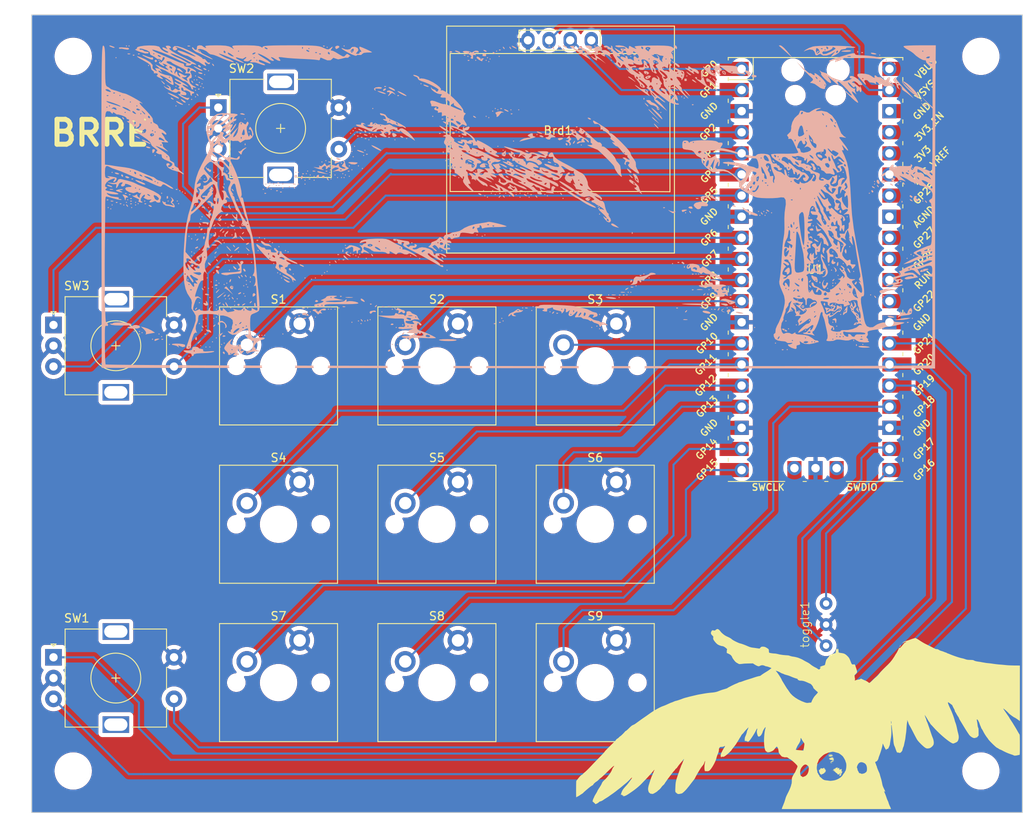
<source format=kicad_pcb>
(kicad_pcb (version 20221018) (generator pcbnew)
  (layers (0 "F.Cu" signal) (31 "B.Cu" signal) (34 "B.Paste" user) (35 "F.Paste" user) (36 "B.SilkS" user "B.Silkscreen") (37 "F.SilkS" user "F.Silkscreen") (38 "B.Mask" user) (39 "F.Mask" user) (44 "Edge.Cuts" user))
  (net 0 "")
  (net 1 "SDA")
  (net 2 "SCL")
  (net 3 "GND")
  (net 4 "+5V")
  (net 5 "S1")
  (net 6 "+3.3V")
  (net 7 "S2")
  (net 8 "S3")
  (net 9 "S4")
  (net 10 "S5")
  (net 11 "S6")
  (net 12 "S7")
  (net 13 "S8")
  (net 14 "S9")
  (net 15 "A1")
  (net 16 "B1")
  (net 17 "SW1")
  (net 18 "A2")
  (net 19 "B2")
  (net 20 "SW2")
  (net 21 "A3")
  (net 22 "B3")
  (net 23 "SW3")
  (net 24 "Toggle1")
  (net 25 "Toggle2")
  (net 26 "unconnected-(U1-GPIO22-Pad29)")
  (net 27 "unconnected-(U1-GPIO26_ADC0-Pad31)")
  (footprint "s_MX:MX_PCB_1.00u" (layer "F.Cu") (at 129.522 98.122)
    (fp_text reference "S2" (at 0 -8) (layer "F.SilkS"))
    (fp_text value "Keyswitch")
    (pad "" np_thru_hole circle (at -5.08 0) (size 1.75 1.75) (drill 1.75) (layers "F&B.Cu" "*.Mask"))
    (pad "" np_thru_hole circle (at 0 0) (size 4 4) (drill 4) (layers "F&B.Cu" "*.Mask"))
    (pad "" np_thru_hole circle (at 5.08 0) (size 1.75 1.75) (drill 1.75) (layers "F&B.Cu" "*.Mask"))
    (pad "1" thru_hole circle (at -3.81 -2.54) (size 2.5 2.5) (drill 1.5) (layers "*.Cu" "*.Mask") (net 7 "S2"))
    (pad "2" thru_hole circle (at 2.54 -5.08) (size 2.5 2.5) (drill 1.5) (layers "*.Cu" "*.Mask") (net 3 "GND"))
  )
  (footprint "Rotary_Encoder:RotaryEncoder_Alps_EC11E-Switch_Vertical_H20mm" (layer "F.Cu") (at 83.397 133.176)
    (fp_text reference "SW1" (at 2.8 -4.7) (layer "F.SilkS"))
    (fp_text value "RotaryEncoder_Switch")
    (pad "A" thru_hole rect (at 0 0) (size 2 2) (drill 1) (layers "*.Cu" "*.Mask") (net 15 "A1"))
    (pad "B" thru_hole circle (at 0 5) (size 2 2) (drill 1) (layers "*.Cu" "*.Mask") (net 16 "B1"))
    (pad "C" thru_hole circle (at 0 2.5) (size 2 2) (drill 1) (layers "*.Cu" "*.Mask") (net 3 "GND"))
    (pad "MP" thru_hole rect (at 7.5 -3.1) (size 3.2 2) (drill oval 2.8 1.5) (layers "*.Cu" "*.Mask"))
    (pad "MP" thru_hole rect (at 7.5 8.1) (size 3.2 2) (drill oval 2.8 1.5) (layers "*.Cu" "*.Mask"))
    (pad "S1" thru_hole circle (at 14.5 5) (size 2 2) (drill 1) (layers "*.Cu" "*.Mask") (net 17 "SW1"))
    (pad "S2" thru_hole circle (at 14.5 0) (size 2 2) (drill 1) (layers "*.Cu" "*.Mask") (net 3 "GND"))
  )
  (footprint "s_MX:MX_PCB_1.00u" (layer "F.Cu") (at 148.572 136.222)
    (fp_text reference "S9" (at 0 -8) (layer "F.SilkS"))
    (fp_text value "Keyswitch")
    (pad "" np_thru_hole circle (at -5.08 0) (size 1.75 1.75) (drill 1.75) (layers "F&B.Cu" "*.Mask"))
    (pad "" np_thru_hole circle (at 0 0) (size 4 4) (drill 4) (layers "F&B.Cu" "*.Mask"))
    (pad "" np_thru_hole circle (at 5.08 0) (size 1.75 1.75) (drill 1.75) (layers "F&B.Cu" "*.Mask"))
    (pad "1" thru_hole circle (at -3.81 -2.54) (size 2.5 2.5) (drill 1.5) (layers "*.Cu" "*.Mask") (net 14 "S9"))
    (pad "2" thru_hole circle (at 2.54 -5.08) (size 2.5 2.5) (drill 1.5) (layers "*.Cu" "*.Mask") (net 3 "GND"))
  )
  (footprint "s_MX:MX_PCB_1.00u" (layer "F.Cu") (at 148.572 117.172)
    (fp_text reference "S6" (at 0 -8) (layer "F.SilkS"))
    (fp_text value "Keyswitch")
    (pad "" np_thru_hole circle (at -5.08 0) (size 1.75 1.75) (drill 1.75) (layers "F&B.Cu" "*.Mask"))
    (pad "" np_thru_hole circle (at 0 0) (size 4 4) (drill 4) (layers "F&B.Cu" "*.Mask"))
    (pad "" np_thru_hole circle (at 5.08 0) (size 1.75 1.75) (drill 1.75) (layers "F&B.Cu" "*.Mask"))
    (pad "1" thru_hole circle (at -3.81 -2.54) (size 2.5 2.5) (drill 1.5) (layers "*.Cu" "*.Mask") (net 11 "S6"))
    (pad "2" thru_hole circle (at 2.54 -5.08) (size 2.5 2.5) (drill 1.5) (layers "*.Cu" "*.Mask") (net 3 "GND"))
  )
  (footprint "" (layer "F.Cu") (at 85.772 60.88)
    (fp_text reference "" (at 0 0) (layer "F.SilkS") (effects (font (size 1.27 1.27))))
    (fp_text value "" (at 0 0) (layer "F.SilkS") (effects (font (size 1.27 1.27))))
    (pad "" np_thru_hole circle (at 0 0) (size 4 4) (drill 4) (layers "F&B.Cu" "*.Mask"))
  )
  (footprint "Rotary_Encoder:RotaryEncoder_Alps_EC11E-Switch_Vertical_H20mm" (layer "F.Cu") (at 103.222 67.047)
    (fp_text reference "SW2" (at 2.8 -4.7) (layer "F.SilkS"))
    (fp_text value "RotaryEncoder_Switch")
    (pad "A" thru_hole rect (at 0 0) (size 2 2) (drill 1) (layers "*.Cu" "*.Mask") (net 18 "A2"))
    (pad "B" thru_hole circle (at 0 5) (size 2 2) (drill 1) (layers "*.Cu" "*.Mask") (net 19 "B2"))
    (pad "C" thru_hole circle (at 0 2.5) (size 2 2) (drill 1) (layers "*.Cu" "*.Mask") (net 3 "GND"))
    (pad "MP" thru_hole rect (at 7.5 -3.1) (size 3.2 2) (drill oval 2.8 1.5) (layers "*.Cu" "*.Mask"))
    (pad "MP" thru_hole rect (at 7.5 8.1) (size 3.2 2) (drill oval 2.8 1.5) (layers "*.Cu" "*.Mask"))
    (pad "S1" thru_hole circle (at 14.5 5) (size 2 2) (drill 1) (layers "*.Cu" "*.Mask") (net 20 "SW2"))
    (pad "S2" thru_hole circle (at 14.5 0) (size 2 2) (drill 1) (layers "*.Cu" "*.Mask") (net 3 "GND"))
  )
  (footprint "" (layer "F.Cu") (at 194.962 60.88)
    (fp_text reference "" (at 0 0) (layer "F.SilkS") (effects (font (size 1.27 1.27))))
    (fp_text value "" (at 0 0) (layer "F.SilkS") (effects (font (size 1.27 1.27))))
    (pad "" np_thru_hole circle (at 0 0) (size 4 4) (drill 4) (layers "F&B.Cu" "*.Mask"))
  )
  (footprint "s_MX:MX_PCB_1.00u" (layer "F.Cu") (at 110.472 117.172)
    (fp_text reference "S4" (at 0 -8) (layer "F.SilkS"))
    (fp_text value "Keyswitch")
    (pad "" np_thru_hole circle (at -5.08 0) (size 1.75 1.75) (drill 1.75) (layers "F&B.Cu" "*.Mask"))
    (pad "" np_thru_hole circle (at 0 0) (size 4 4) (drill 4) (layers "F&B.Cu" "*.Mask"))
    (pad "" np_thru_hole circle (at 5.08 0) (size 1.75 1.75) (drill 1.75) (layers "F&B.Cu" "*.Mask"))
    (pad "1" thru_hole circle (at -3.81 -2.54) (size 2.5 2.5) (drill 1.5) (layers "*.Cu" "*.Mask") (net 9 "S4"))
    (pad "2" thru_hole circle (at 2.54 -5.08) (size 2.5 2.5) (drill 1.5) (layers "*.Cu" "*.Mask") (net 3 "GND"))
  )
  (footprint "s_MX:MX_PCB_1.00u" (layer "F.Cu") (at 129.522 117.172)
    (fp_text reference "S5" (at 0 -8) (layer "F.SilkS"))
    (fp_text value "Keyswitch")
    (pad "" np_thru_hole circle (at -5.08 0) (size 1.75 1.75) (drill 1.75) (layers "F&B.Cu" "*.Mask"))
    (pad "" np_thru_hole circle (at 0 0) (size 4 4) (drill 4) (layers "F&B.Cu" "*.Mask"))
    (pad "" np_thru_hole circle (at 5.08 0) (size 1.75 1.75) (drill 1.75) (layers "F&B.Cu" "*.Mask"))
    (pad "1" thru_hole circle (at -3.81 -2.54) (size 2.5 2.5) (drill 1.5) (layers "*.Cu" "*.Mask") (net 10 "S5"))
    (pad "2" thru_hole circle (at 2.54 -5.08) (size 2.5 2.5) (drill 1.5) (layers "*.Cu" "*.Mask") (net 3 "GND"))
  )
  (footprint "s_MX:MX_PCB_1.00u" (layer "F.Cu") (at 148.572 98.122)
    (fp_text reference "S3" (at 0 -8) (layer "F.SilkS"))
    (fp_text value "Keyswitch")
    (pad "" np_thru_hole circle (at -5.08 0) (size 1.75 1.75) (drill 1.75) (layers "F&B.Cu" "*.Mask"))
    (pad "" np_thru_hole circle (at 0 0) (size 4 4) (drill 4) (layers "F&B.Cu" "*.Mask"))
    (pad "" np_thru_hole circle (at 5.08 0) (size 1.75 1.75) (drill 1.75) (layers "F&B.Cu" "*.Mask"))
    (pad "1" thru_hole circle (at -3.81 -2.54) (size 2.5 2.5) (drill 1.5) (layers "*.Cu" "*.Mask") (net 8 "S3"))
    (pad "2" thru_hole circle (at 2.54 -5.08) (size 2.5 2.5) (drill 1.5) (layers "*.Cu" "*.Mask") (net 3 "GND"))
  )
  (footprint "dsada:128x64OLED" (layer "F.Cu") (at 144.097 69.547)
    (fp_text reference "Brd1" (at 0 0.254) (layer "F.SilkS"))
    (fp_text value "SSD1306")
    (pad "1" thru_hole oval (at -3.62 -10.6 90) (size 2 1.6) (drill 1) (layers "*.Cu" "*.Mask") (net 3 "GND"))
    (pad "2" thru_hole oval (at -1.08 -10.6 90) (size 2 1.6) (drill 1) (layers "*.Cu" "*.Mask") (net 4 "+5V"))
    (pad "3" thru_hole oval (at 1.46 -10.6 90) (size 2 1.6) (drill 1) (layers "*.Cu" "*.Mask") (net 2 "SCL"))
    (pad "4" thru_hole oval (at 4 -10.6 90) (size 2 1.6) (drill 1) (layers "*.Cu" "*.Mask") (net 1 "SDA"))
  )
  (footprint "s_MX:MX_PCB_1.00u" (layer "F.Cu") (at 129.522 136.222)
    (fp_text reference "S8" (at 0 -8) (layer "F.SilkS"))
    (fp_text value "Keyswitch")
    (pad "" np_thru_hole circle (at -5.08 0) (size 1.75 1.75) (drill 1.75) (layers "F&B.Cu" "*.Mask"))
    (pad "" np_thru_hole circle (at 0 0) (size 4 4) (drill 4) (layers "F&B.Cu" "*.Mask"))
    (pad "" np_thru_hole circle (at 5.08 0) (size 1.75 1.75) (drill 1.75) (layers "F&B.Cu" "*.Mask"))
    (pad "1" thru_hole circle (at -3.81 -2.54) (size 2.5 2.5) (drill 1.5) (layers "*.Cu" "*.Mask") (net 13 "S8"))
    (pad "2" thru_hole circle (at 2.54 -5.08) (size 2.5 2.5) (drill 1.5) (layers "*.Cu" "*.Mask") (net 3 "GND"))
  )
  (footprint "clipboard:340a658e-1f2d-40fc-aa9f-fdc51784876f" (layer "F.Cu") (at 85.772 60.88)
    (fp_text reference "" (at 0 0) (layer "F.SilkS") (effects (font (size 1.27 1.27))))
    (fp_text value "" (at 0 0) (layer "F.SilkS") (effects (font (size 1.27 1.27))))
    (pad "" np_thru_hole circle (at 0 0) (size 4 4) (drill 4) (layers "F&B.Cu" "*.Mask"))
  )
  (footprint "clipboard:340a658e-1f2d-40fc-aa9f-fdc51784876f" (layer "F.Cu") (at 194.962 60.88)
    (fp_text reference "" (at 0 0) (layer "F.SilkS") (effects (font (size 1.27 1.27))))
    (fp_text value "" (at 0 0) (layer "F.SilkS") (effects (font (size 1.27 1.27))))
    (pad "" np_thru_hole circle (at 0 0) (size 4 4) (drill 4) (layers "F&B.Cu" "*.Mask"))
  )
  (footprint "s_MX:MX_PCB_1.00u" (layer "F.Cu") (at 110.472 136.222)
    (fp_text reference "S7" (at 0 -8) (layer "F.SilkS"))
    (fp_text value "Keyswitch")
    (pad "" np_thru_hole circle (at -5.08 0) (size 1.75 1.75) (drill 1.75) (layers "F&B.Cu" "*.Mask"))
    (pad "" np_thru_hole circle (at 0 0) (size 4 4) (drill 4) (layers "F&B.Cu" "*.Mask"))
    (pad "" np_thru_hole circle (at 5.08 0) (size 1.75 1.75) (drill 1.75) (layers "F&B.Cu" "*.Mask"))
    (pad "1" thru_hole circle (at -3.81 -2.54) (size 2.5 2.5) (drill 1.5) (layers "*.Cu" "*.Mask") (net 12 "S7"))
    (pad "2" thru_hole circle (at 2.54 -5.08) (size 2.5 2.5) (drill 1.5) (layers "*.Cu" "*.Mask") (net 3 "GND"))
  )
  (footprint "clipboard:340a658e-1f2d-40fc-aa9f-fdc51784876f" (layer "F.Cu") (at 85.772 146.852)
    (fp_text reference "" (at 0 0) (layer "F.SilkS") (effects (font (size 1.27 1.27))))
    (fp_text value "" (at 0 0) (layer "F.SilkS") (effects (font (size 1.27 1.27))))
    (pad "" np_thru_hole circle (at 0 0) (size 4 4) (drill 4) (layers "F&B.Cu" "*.Mask"))
  )
  (footprint "Button_Switch_THT:Toggle on-off-on" (layer "F.Cu") (at 176.342 129.237 90)
    (fp_text reference "toggle1" (at 0 -2.54 90 unlocked) (layer "F.SilkS") (effects (font (thickness 0.1))))
    (fp_text value "~")
    (pad "1" thru_hole circle (at -2.54 0 90) (size 1.524 1.524) (drill 0.762) (layers "*.Cu" "*.Mask") (net 24 "Toggle1"))
    (pad "2" thru_hole circle (at 2.54 0 90) (size 1.524 1.524) (drill 0.762) (layers "*.Cu" "*.Mask") (net 25 "Toggle2"))
    (pad "3" thru_hole circle (at 0 0 90) (size 1.524 1.524) (drill 0.762) (layers "*.Cu" "*.Mask") (net 3 "GND"))
  )
  (footprint "s_components:PCBimage3" (layer "F.Cu") (at 172.945613 136.423252)
    (fp_text reference "G***" hide)
    (fp_text value "LOGO" hide)
  )
  (footprint "s_MX:MX_PCB_1.00u" (layer "F.Cu") (at 110.472 98.122)
    (fp_text reference "S1" (at 0 -8) (layer "F.SilkS"))
    (fp_text value "Keyswitch")
    (pad "" np_thru_hole circle (at -5.08 0) (size 1.75 1.75) (drill 1.75) (layers "F&B.Cu" "*.Mask"))
    (pad "" np_thru_hole circle (at 0 0) (size 4 4) (drill 4) (layers "F&B.Cu" "*.Mask"))
    (pad "" np_thru_hole circle (at 5.08 0) (size 1.75 1.75) (drill 1.75) (layers "F&B.Cu" "*.Mask"))
    (pad "1" thru_hole circle (at -3.81 -2.54) (size 2.5 2.5) (drill 1.5) (layers "*.Cu" "*.Mask") (net 5 "S1"))
    (pad "2" thru_hole circle (at 2.54 -5.08) (size 2.5 2.5) (drill 1.5) (layers "*.Cu" "*.Mask") (net 3 "GND"))
  )
  (footprint "clipboard:340a658e-1f2d-40fc-aa9f-fdc51784876f" (layer "F.Cu") (at 194.962 146.852)
    (fp_text reference "" (at 0 0) (layer "F.SilkS") (effects (font (size 1.27 1.27))))
    (fp_text value "" (at 0 0) (layer "F.SilkS") (effects (font (size 1.27 1.27))))
    (pad "" np_thru_hole circle (at 0 0) (size 4 4) (drill 4) (layers "F&B.Cu" "*.Mask"))
  )
  (footprint "MCU_RaspberryPi_and_Boards:RPi_Pico_SMD_TH" (layer "F.Cu") (at 175.072 86.522)
    (fp_text reference "U1" (at 0 0) (layer "F.SilkS"))
    (fp_text value "Pico")
    (fp_text user "GND" (at -12.8 19.05 45) (layer "F.SilkS") (effects (font (size 0.8 0.8))))
    (fp_text user "GP13" (at -13.054 16.51 45) (layer "F.SilkS") (effects (font (size 0.8 0.8))))
    (fp_text user "GP12" (at -13.2 13.97 45) (layer "F.SilkS") (effects (font (size 0.8 0.8))))
    (fp_text user "GP0" (at -12.8 -24.13 45) (layer "F.SilkS") (effects (font (size 0.8 0.8))))
    (fp_text user "3V3" (at 12.9 -13.9 45) (layer "F.SilkS") (effects (font (size 0.8 0.8))))
    (fp_text user "GND" (at -12.8 -19.05 45) (layer "F.SilkS") (effects (font (size 0.8 0.8))))
    (fp_text user "GP20" (at 13.054 11.43 45) (layer "F.SilkS") (effects (font (size 0.8 0.8))))
    (fp_text user "GP9" (at -12.8 3.81 45) (layer "F.SilkS") (effects (font (size 0.8 0.8))))
    (fp_text user "GP22" (at 13.054 3.81 45) (layer "F.SilkS") (effects (font (size 0.8 0.8))))
    (fp_text user "GP26" (at 13.054 -1.27 45) (layer "F.SilkS") (effects (font (size 0.8 0.8))))
    (fp_text user "GP6" (at -12.8 -3.81 45) (layer "F.SilkS") (effects (font (size 0.8 0.8))))
    (fp_text user "GP11" (at -13.2 11.43 45) (layer "F.SilkS") (effects (font (size 0.8 0.8))))
    (fp_text user "GP8" (at -12.8 1.27 45) (layer "F.SilkS") (effects (font (size 0.8 0.8))))
    (fp_text user "GP10" (at -13.054 8.89 45) (layer "F.SilkS") (effects (font (size 0.8 0.8))))
    (fp_text user "GND" (at 12.8 6.35 45) (layer "F.SilkS") (effects (font (size 0.8 0.8))))
    (fp_text user "SWDIO" (at 5.6 26.2) (layer "F.SilkS") (effects (font (size 0.8 0.8))))
    (fp_text user "GND" (at -12.8 -6.35 45) (layer "F.SilkS") (effects (font (size 0.8 0.8))))
    (fp_text user "GP28" (at 13.054 -9.144 45) (layer "F.SilkS") (effects (font (size 0.8 0.8))))
    (fp_text user "GP27" (at 13.054 -3.8 45) (layer "F.SilkS") (effects (font (size 0.8 0.8))))
    (fp_text user "3V3_EN" (at 13.7 -17.2 45) (layer "F.SilkS") (effects (font (size 0.8 0.8))))
    (fp_text user "GND" (at 12.8 19.05 45) (layer "F.SilkS") (effects (font (size 0.8 0.8))))
    (fp_text user "GP2" (at -12.9 -16.51 45) (layer "F.SilkS") (effects (font (size 0.8 0.8))))
    (fp_text user "GND" (at 12.8 -19.05 45) (layer "F.SilkS") (effects (font (size 0.8 0.8))))
    (fp_text user "GND" (at -12.8 6.35 45) (layer "F.SilkS") (effects (font (size 0.8 0.8))))
    (fp_text user "GP15" (at -13.054 24.13 45) (layer "F.SilkS") (effects (font (size 0.8 0.8))))
    (fp_text user "SWCLK" (at -5.7 26.2) (layer "F.SilkS") (effects (font (size 0.8 0.8))))
    (fp_text user "RUN" (at 13 1.27 45) (layer "F.SilkS") (effects (font (size 0.8 0.8))))
    (fp_text user "GP19" (at 13.054 13.97 45) (layer "F.SilkS") (effects (font (size 0.8 0.8))))
    (fp_text user "VBUS" (at 13.3 -24.2 45) (layer "F.SilkS") (effects (font (size 0.8 0.8))))
    (fp_text user "AGND" (at 13.054 -6.35 45) (layer "F.SilkS") (effects (font (size 0.8 0.8))))
    (fp_text user "GP5" (at -12.8 -8.89 45) (layer "F.SilkS") (effects (font (size 0.8 0.8))))
    (fp_text user "GP4" (at -12.8 -11.43 45) (layer "F.SilkS") (effects (font (size 0.8 0.8))))
    (fp_text user "GP1" (at -12.9 -21.6 45) (layer "F.SilkS") (effects (font (size 0.8 0.8))))
    (fp_text user "GP7" (at -12.7 -1.3 45) (layer "F.SilkS") (effects (font (size 0.8 0.8))))
    (fp_text user "GP3" (at -12.8 -13.97 45) (layer "F.SilkS") (effects (font (size 0.8 0.8))))
    (fp_text user "GP17" (at 13.054 21.59 45) (layer "F.SilkS") (effects (font (size 0.8 0.8))))
    (fp_text user "GP18" (at 13.054 16.51 45) (layer "F.SilkS") (effects (font (size 0.8 0.8))))
    (fp_text user "GP21" (at 13.054 8.9 45) (layer "F.SilkS") (effects (font (size 0.8 0.8))))
    (fp_text user "GP16" (at 13.054 24.13 45) (layer "F.SilkS") (effects (font (size 0.8 0.8))))
    (fp_text user "VSYS" (at 13.2 -21.59 45) (layer "F.SilkS") (effects (font (size 0.8 0.8))))
    (fp_text user "GP14" (at -13.1 21.59 45) (layer "F.SilkS") (effects (font (size 0.8 0.8))))
    (fp_text user "ADC_VREF" (at 14 -12.5 45) (layer "F.SilkS") (effects (font (size 0.8 0.8))))
    (pad "" np_thru_hole oval (at -2.725 -24) (size 1.8 1.8) (drill 1.8) (layers "F&B.Cu" "*.Mask"))
    (pad "" np_thru_hole oval (at -2.425 -20.97) (size 1.5 1.5) (drill 1.5) (layers "F&B.Cu" "*.Mask"))
    (pad "" np_thru_hole oval (at 2.425 -20.97) (size 1.5 1.5) (drill 1.5) (layers "F&B.Cu" "*.Mask"))
    (pad "" np_thru_hole oval (at 2.725 -24) (size 1.8 1.8) (drill 1.8) (layers "F&B.Cu" "*.Mask"))
    (pad "1" thru_hole oval (at -8.89 -24.13) (size 1.7 1.7) (drill 1.02) (layers "*.Cu" "*.Mask") (net 1 "SDA"))
    (pad "1" smd rect (at -8.89 -24.13) (size 3.5 1.7) (drill (offset -0.9 0)) (layers "F.Cu" "F.Mask") (net 1 "SDA"))
    (pad "2" thru_hole oval (at -8.89 -21.59) (size 1.7 1.7) (drill 1.02) (layers "*.Cu" "*.Mask") (net 2 "SCL"))
    (pad "2" smd rect (at -8.89 -21.59) (size 3.5 1.7) (drill (offset -0.9 0)) (layers "F.Cu" "F.Mask") (net 2 "SCL"))
    (pad "3" thru_hole rect (at -8.89 -19.05) (size 1.7 1.7) (drill 1.02) (layers "*.Cu" "*.Mask") (net 3 "GND"))
    (pad "3" smd rect (at -8.89 -19.05) (size 3.5 1.7) (drill (offset -0.9 0)) (layers "F.Cu" "F.Mask") (net 3 "GND"))
    (pad "4" thru_hole oval (at -8.89 -16.51) (size 1.7 1.7) (drill 1.02) (layers "*.Cu" "*.Mask") (net 20 "SW2"))
    (pad "4" smd rect (at -8.89 -16.51) (size 3.5 1.7) (drill (offset -0.9 0)) (layers "F.Cu" "F.Mask") (net 20 "SW2"))
    (pad "5" thru_hole oval (at -8.89 -13.97) (size 1.7 1.7) (drill 1.02) (layers "*.Cu" "*.Mask") (net 19 "B2"))
    (pad "5" smd rect (at -8.89 -13.97) (size 3.5 1.7) (drill (offset -0.9 0)) (layers "F.Cu" "F.Mask") (net 19 "B2"))
    (pad "6" thru_hole oval (at -8.89 -11.43) (size 1.7 1.7) (drill 1.02) (layers "*.Cu" "*.Mask") (net 18 "A2"))
    (pad "6" smd rect (at -8.89 -11.43) (size 3.5 1.7) (drill (offset -0.9 0)) (layers "F.Cu" "F.Mask") (net 18 "A2"))
    (pad "7" thru_hole oval (at -8.89 -8.89) (size 1.7 1.7) (drill 1.02) (layers "*.Cu" "*.Mask") (net 21 "A3"))
    (pad "7" smd rect (at -8.89 -8.89) (size 3.5 1.7) (drill (offset -0.9 0)) (layers "F.Cu" "F.Mask") (net 21 "A3"))
    (pad "8" thru_hole rect (at -8.89 -6.35) (size 1.7 1.7) (drill 1.02) (layers "*.Cu" "*.Mask") (net 3 "GND"))
    (pad "8" smd rect (at -8.89 -6.35) (size 3.5 1.7) (drill (offset -0.9 0)) (layers "F.Cu" "F.Mask") (net 3 "GND"))
    (pad "9" thru_hole oval (at -8.89 -3.81) (size 1.7 1.7) (drill 1.02) (layers "*.Cu" "*.Mask") (net 22 "B3"))
    (pad "9" smd rect (at -8.89 -3.81) (size 3.5 1.7) (drill (offset -0.9 0)) (layers "F.Cu" "F.Mask") (net 22 "B3"))
    (pad "10" thru_hole oval (at -8.89 -1.27) (size 1.7 1.7) (drill 1.02) (layers "*.Cu" "*.Mask") (net 23 "SW3"))
    (pad "10" smd rect (at -8.89 -1.27) (size 3.5 1.7) (drill (offset -0.9 0)) (layers "F.Cu" "F.Mask") (net 23 "SW3"))
    (pad "11" thru_hole oval (at -8.89 1.27) (size 1.7 1.7) (drill 1.02) (layers "*.Cu" "*.Mask") (net 5 "S1"))
    (pad "11" smd rect (at -8.89 1.27) (size 3.5 1.7) (drill (offset -0.9 0)) (layers "F.Cu" "F.Mask") (net 5 "S1"))
    (pad "12" thru_hole oval (at -8.89 3.81) (size 1.7 1.7) (drill 1.02) (layers "*.Cu" "*.Mask") (net 7 "S2"))
    (pad "12" smd rect (at -8.89 3.81) (size 3.5 1.7) (drill (offset -0.9 0)) (layers "F.Cu" "F.Mask") (net 7 "S2"))
    (pad "13" thru_hole rect (at -8.89 6.35) (size 1.7 1.7) (drill 1.02) (layers "*.Cu" "*.Mask") (net 3 "GND"))
    (pad "13" smd rect (at -8.89 6.35) (size 3.5 1.7) (drill (offset -0.9 0)) (layers "F.Cu" "F.Mask") (net 3 "GND"))
    (pad "14" thru_hole oval (at -8.89 8.89) (size 1.7 1.7) (drill 1.02) (layers "*.Cu" "*.Mask") (net 8 "S3"))
    (pad "14" smd rect (at -8.89 8.89) (size 3.5 1.7) (drill (offset -0.9 0)) (layers "F.Cu" "F.Mask") (net 8 "S3"))
    (pad "15" thru_hole oval (at -8.89 11.43) (size 1.7 1.7) (drill 1.02) (layers "*.Cu" "*.Mask") (net 9 "S4"))
    (pad "15" smd rect (at -8.89 11.43) (size 3.5 1.7) (drill (offset -0.9 0)) (layers "F.Cu" "F.Mask") (net 9 "S4"))
    (pad "16" thru_hole oval (at -8.89 13.97) (size 1.7 1.7) (drill 1.02) (layers "*.Cu" "*.Mask") (net 10 "S5"))
    (pad "16" smd rect (at -8.89 13.97) (size 3.5 1.7) (drill (offset -0.9 0)) (layers "F.Cu" "F.Mask") (net 10 "S5"))
    (pad "17" thru_hole oval (at -8.89 16.51) (size 1.7 1.7) (drill 1.02) (layers "*.Cu" "*.Mask") (net 11 "S6"))
    (pad "17" smd rect (at -8.89 16.51) (size 3.5 1.7) (drill (offset -0.9 0)) (layers "F.Cu" "F.Mask") (net 11 "S6"))
    (pad "18" thru_hole rect (at -8.89 19.05) (size 1.7 1.7) (drill 1.02) (layers "*.Cu" "*.Mask") (net 3 "GND"))
    (pad "18" smd rect (at -8.89 19.05) (size 3.5 1.7) (drill (offset -0.9 0)) (layers "F.Cu" "F.Mask") (net 3 "GND"))
    (pad "19" thru_hole oval (at -8.89 21.59) (size 1.7 1.7) (drill 1.02) (layers "*.Cu" "*.Mask") (net 12 "S7"))
    (pad "19" smd rect (at -8.89 21.59) (size 3.5 1.7) (drill (offset -0.9 0)) (layers "F.Cu" "F.Mask") (net 12 "S7"))
    (pad "20" thru_hole oval (at -8.89 24.13) (size 1.7 1.7) (drill 1.02) (layers "*.Cu" "*.Mask") (net 13 "S8"))
    (pad "20" smd rect (at -8.89 24.13) (size 3.5 1.7) (drill (offset -0.9 0)) (layers "F.Cu" "F.Mask") (net 13 "S8"))
    (pad "21" thru_hole oval (at 8.89 24.13) (size 1.7 1.7) (drill 1.02) (layers "*.Cu" "*.Mask") (net 25 "Toggle2"))
    (pad "21" smd rect (at 8.89 24.13) (size 3.5 1.7) (drill (offset 0.9 0)) (layers "F.Cu" "F.Mask") (net 25 "Toggle2"))
    (pad "22" thru_hole oval (at 8.89 21.59) (size 1.7 1.7) (drill 1.02) (layers "*.Cu" "*.Mask") (net 24 "Toggle1"))
    (pad "22" smd rect (at 8.89 21.59) (size 3.5 1.7) (drill (offset 0.9 0)) (layers "F.Cu" "F.Mask") (net 24 "Toggle1"))
    (pad "23" thru_hole rect (at 8.89 19.05) (size 1.7 1.7) (drill 1.02) (layers "*.Cu" "*.Mask") (net 3 "GND"))
    (pad "23" smd rect (at 8.89 19.05) (size 3.5 1.7) (drill (offset 0.9 0)) (layers "F.Cu" "F.Mask") (net 3 "GND"))
    (pad "24" thru_hole oval (at 8.89 16.51) (size 1.7 1.7) (drill 1.02) (layers "*.Cu" "*.Mask") (net 14 "S9"))
    (pad "24" smd rect (at 8.89 16.51) (size 3.5 1.7) (drill (offset 0.9 0)) (layers "F.Cu" "F.Mask") (net 14 "S9"))
    (pad "25" thru_hole oval (at 8.89 13.97) (size 1.7 1.7) (drill 1.02) (layers "*.Cu" "*.Mask") (net 17 "SW1"))
    (pad "25" smd rect (at 8.89 13.97) (size 3.5 1.7) (drill (offset 0.9 0)) (layers "F.Cu" "F.Mask") (net 17 "SW1"))
    (pad "26" thru_hole oval (at 8.89 11.43) (size 1.7 1.7) (drill 1.02) (layers "*.Cu" "*.Mask") (net 15 "A1"))
    (pad "26" smd rect (at 8.89 11.43) (size 3.5 1.7) (drill (offset 0.9 0)) (layers "F.Cu" "F.Mask") (net 15 "A1"))
    (pad "27" thru_hole oval (at 8.89 8.89) (size 1.7 1.7) (drill 1.02) (layers "*.Cu" "*.Mask") (net 16 "B1"))
    (pad "27" smd rect (at 8.89 8.89) (size 3.5 1.7) (drill (offset 0.9 0)) (layers "F.Cu" "F.Mask") (net 16 "B1"))
    (pad "28" thru_hole rect (at 8.89 6.35) (size 1.7 1.7) (drill 1.02) (layers "*.Cu" "*.Mask") (net 3 "GND"))
    (pad "28" smd rect (at 8.89 6.35) (size 3.5 1.7) (drill (offset 0.9 0)) (layers "F.Cu" "F.Mask") (net 3 "GND"))
    (pad "29" thru_hole oval (at 8.89 3.81) (size 1.7 1.7) (drill 1.02) (layers "*.Cu" "*.Mask") (net 26 "unconnected-(U1-GPIO22-Pad29)"))
    (pad "29" smd rect (at 8.89 3.81) (size 3.5 1.7) (drill (offset 0.9 0)) (layers "F.Cu" "F.Mask") (net 26 "unconnected-(U1-GPIO22-Pad29)"))
    (pad "30" thru_hole oval (at 8.89 1.27) (size 1.7 1.7) (drill 1.02) (layers "*.Cu" "*.Mask"))
    (pad "30" smd rect (at 8.89 1.27) (size 3.5 1.7) (drill (offset 0.9 0)) (layers "F.Cu" "F.Mask"))
    (pad "31" thru_hole oval (at 8.89 -1.27) (size 1.7 1.7) (drill 1.02) (layers "*.Cu" "*.Mask") (net 27 "unconnected-(U1-GPIO26_ADC0-Pad31)"))
    (pad "31" smd rect (at 8.89 -1.27) (size 3.5 1.7) (drill (offset 0.9 0)) (layers "F.Cu" "F.Mask") (net 27 "unconnected-(U1-GPIO26_ADC0-Pad31)"))
    (pad "32" thru_hole oval (at 8.89 -3.81) (size 1.7 1.7) (drill 1.02) (layers "*.Cu" "*.Mask"))
    (pad "32" smd rect (at 8.89 -3.81) (size 3.5 1.7) (drill (offset 0.9 0)) (layers "F.Cu" "F.Mask"))
    (pad "33" thru_hole rect (at 8.89 -6.35) (size 1.7 1.7) (drill 1.02) (layers "*.Cu" "*.Mask"))
    (pad "33" smd rect (at 8.89 -6.35) (size 3.5 1.7) (drill (offset 0.9 0)) (layers "F.Cu" "F.Mask"))
    (pad "34" thru_hole oval (at 8.89 -8.89) (size 1.7 1.7) (drill 1.02) (layers "*.Cu" "*.Mask"))
    (pad "34" smd rect (at 8.89 -8.89) (size 3.5 1.7) (drill (offset 0.9 0)) (layers "F.Cu" "F.Mask"))
    (pad "35" thru_hole oval (at 8.89 -11.43) (size 1.7 1.7) (drill 1.02) (layers "*.Cu" "*.Mask"))
    (pad "35" smd rect (at 8.89 -11.43) (size 3.5 1.7) (drill (offset 0.9 0)) (layers "F.Cu" "F.Mask"))
    (pad "36" thru_hole oval (at 8.89 -13.97) (size 1.7 1.7) (drill 1.02) (layers "*.Cu" "*.Mask") (net 6 "+3.3V"))
    (pad "36" smd rect (at 8.89 -13.97) (size 3.5 1.7) (drill (offset 0.9 0)) (layers "F.Cu" "F.Mask") (net 6 "+3.3V"))
    (pad "37" thru_hole oval (at 8.89 -16.51) (size 1.7 1.7) (drill 1.02) (layers "*.Cu" "*.Mask"))
    (pad "37" smd rect (at 8.89 -16.51) (size 3.5 1.7) (drill (offset 0.9 0)) (layers "F.Cu" "F.Mask"))
    (pad "38" thru_hole rect (at 8.89 -19.05) (size 1.7 1.7) (drill 1.02) (layers "*.Cu" "*.Mask"))
    (pad "38" smd rect (at 8.89 -19.05) (size 3.5 1.7) (drill (offset 0.9 0)) (layers "F.Cu" "F.Mask"))
    (pad "39" thru_hole oval (at 8.89 -21.59) (size 1.7 1.7) (drill 1.02) (layers "*.Cu" "*.Mask") (net 4 "+5V"))
    (pad "39" smd rect (at 8.89 -21.59) (size 3.5 1.7) (drill (offset 0.9 0)) (layers "F.Cu" "F.Mask") (net 4 "+5V"))
    (pad "40" thru_hole oval (at 8.89 -24.13) (size 1.7 1.7) (drill 1.02) (layers "*.Cu" "*.Mask"))
    (pad "40" smd rect (at 8.89 -24.13) (size 3.5 1.7) (drill (offset 0.9 0)) (layers "F.Cu" "F.Mask"))
    (pad "41" thru_hole oval (at -2.54 23.9) (size 1.7 1.7) (drill 1.02) (layers "*.Cu" "*.Mask"))
    (pad "41" smd rect (at -2.54 23.9 90) (size 3.5 1.7) (drill (offset -0.9 0)) (layers "F.Cu" "F.Mask"))
    (pad "42" thru_hole rect (at 0 23.9) (size 1.7 1.7) (drill 1.02) (layers "*.Cu" "*.Mask") (net 3 "GND"))
    (pad "42" smd rect (at 0 23.9 90) (size 3.5 1.7) (drill (offset -0.9 0)) (layers "F.Cu" "F.Mask") (net 3 "GND"))
    (pad "43" thru_hole oval (at 2.54 23.9) (size 1.7 1.7) (drill 1.02) (layers "*.Cu" "*.Mask"))
    (pad "43" smd rect (at 2.54 23.9 90) (size 3.5 1.7) (drill (offset -0.9 0)) (layers "F.Cu" "F.Mask"))
  )
  (footprint "Rotary_Encoder:RotaryEncoder_Alps_EC11E-Switch_Vertical_H20mm" (layer "F.Cu") (at 83.397 93.197)
    (fp_text reference "SW3" (at 2.8 -4.7) (layer "F.SilkS"))
    (fp_text value "RotaryEncoder_Switch")
    (pad "A" thru_hole rect (at 0 0) (size 2 2) (drill 1) (layers "*.Cu" "*.Mask") (net 21 "A3"))
    (pad "B" thru_hole circle (at 0 5) (size 2 2) (drill 1) (layers "*.Cu" "*.Mask") (net 22 "B3"))
    (pad "C" thru_hole circle (at 0 2.5) (size 2 2) (drill 1) (layers "*.Cu" "*.Mask") (net 3 "GND"))
    (pad "MP" thru_hole rect (at 7.5 -3.1) (size 3.2 2) (drill oval 2.8 1.5) (layers "*.Cu" "*.Mask"))
    (pad "MP" thru_hole rect (at 7.5 8.1) (size 3.2 2) (drill oval 2.8 1.5) (layers "*.Cu" "*.Mask"))
    (pad "S1" thru_hole circle (at 14.5 5) (size 2 2) (drill 1) (layers "*.Cu" "*.Mask") (net 23 "SW3"))
    (pad "S2" thru_hole circle (at 14.5 0) (size 2 2) (drill 1) (layers "*.Cu" "*.Mask") (net 3 "GND"))
  )
  (footprint "s_components:PCBimage" (layer "B.Cu") (at 139.446 78.994 180)
    (fp_text reference "G***" hide)
    (fp_text value "LOGO" hide)
  )
  (gr_rect (start 80.772 55.88) (end 199.962 151.852) (stroke (width 0.1)) (fill none) (layer "Edge.Cuts"))
  (gr_text "BRRE" (at 82.712 71.852) (layer "F.SilkS") (effects (font (size 3 3) (thickness 0.6) bold) (justify left bottom)))
  (segment (start 166.182 62.392) (end 151.542 62.392) (width 0.25) (layer "B.Cu") (net 1))
  (segment (start 151.542 62.392) (end 148.097 58.947) (width 0.25) (layer "B.Cu") (net 1))
  (segment (start 145.557 58.947) (end 145.757 58.947) (width 0.25) (layer "B.Cu") (net 2))
  (segment (start 151.742 64.932) (end 166.182 64.932) (width 0.25) (layer "B.Cu") (net 2))
  (segment (start 145.757 58.947) (end 151.742 64.932) (width 0.25) (layer "B.Cu") (net 2))
  (segment (start 143.017 58.947) (end 144.342 57.622) (width 0.25) (layer "B.Cu") (net 4))
  (segment (start 144.342 57.622) (end 178.272 57.622) (width 0.25) (layer "B.Cu") (net 4))
  (segment (start 178.272 57.622) (end 180.34 59.69) (width 0.25) (layer "B.Cu") (net 4))
  (segment (start 180.34 63.754) (end 181.518 64.932) (width 0.25) (layer "B.Cu") (net 4))
  (segment (start 180.34 59.69) (end 180.34 63.754) (width 0.25) (layer "B.Cu") (net 4))
  (segment (start 181.518 64.932) (end 183.962 64.932) (width 0.25) (layer "B.Cu") (net 4))
  (segment (start 166.182 87.792) (end 114.452 87.792) (width 0.25) (layer "B.Cu") (net 5))
  (segment (start 114.452 87.792) (end 106.662 95.582) (width 0.25) (layer "B.Cu") (net 5))
  (segment (start 130.962 90.332) (end 166.182 90.332) (width 0.25) (layer "B.Cu") (net 7))
  (segment (start 125.712 95.582) (end 130.962 90.332) (width 0.25) (layer "B.Cu") (net 7))
  (segment (start 166.02 90.17) (end 166.182 90.332) (width 0.25) (layer "B.Cu") (net 7))
  (segment (start 165.836 95.758) (end 166.182 95.412) (width 0.25) (layer "B.Cu") (net 8))
  (segment (start 166.012 95.582) (end 166.182 95.412) (width 0.25) (layer "B.Cu") (net 8))
  (segment (start 144.762 95.582) (end 166.012 95.582) (width 0.25) (layer "B.Cu") (net 8))
  (segment (start 151.984 103.512) (end 157.544 97.952) (width 0.25) (layer "B.Cu") (net 9))
  (segment (start 117.484 103.512) (end 151.984 103.512) (width 0.25) (layer "B.Cu") (net 9))
  (segment (start 157.544 97.952) (end 166.182 97.952) (width 0.25) (layer "B.Cu") (net 9))
  (segment (start 117.484 103.81) (end 117.484 103.512) (width 0.25) (layer "B.Cu") (net 9))
  (segment (start 106.662 114.632) (end 117.484 103.81) (width 0.25) (layer "B.Cu") (net 9))
  (segment (start 157.004 100.492) (end 151.484 106.012) (width 0.25) (layer "B.Cu") (net 10))
  (segment (start 166.182 100.492) (end 157.004 100.492) (width 0.25) (layer "B.Cu") (net 10))
  (segment (start 134.332 106.012) (end 125.712 114.632) (width 0.25) (layer "B.Cu") (net 10))
  (segment (start 151.484 106.012) (end 134.332 106.012) (width 0.25) (layer "B.Cu") (net 10))
  (segment (start 144.762 109.734) (end 144.762 114.632) (width 0.25) (layer "B.Cu") (net 11))
  (segment (start 153.484 108.512) (end 145.984 108.512) (width 0.25) (layer "B.Cu") (net 11))
  (segment (start 158.964 103.032) (end 153.484 108.512) (width 0.25) (layer "B.Cu") (net 11))
  (segment (start 166.182 103.032) (end 166.09 103.124) (width 0.25) (layer "B.Cu") (net 11))
  (segment (start 145.984 108.512) (end 144.762 109.734) (width 0.25) (layer "B.Cu") (net 11))
  (segment (start 166.182 103.032) (end 158.964 103.032) (width 0.25) (layer "B.Cu") (net 11))
  (segment (start 159.884 108.112) (end 166.182 108.112) (width 0.25) (layer "B.Cu") (net 12))
  (segment (start 106.662 133.682) (end 115.832 124.512) (width 0.25) (layer "B.Cu") (net 12))
  (segment (start 157.984 118.512) (end 157.984 110.012) (width 0.25) (layer "B.Cu") (net 12))
  (segment (start 151.984 124.512) (end 157.984 118.512) (width 0.25) (layer "B.Cu") (net 12))
  (segment (start 115.832 124.512) (end 151.984 124.512) (width 0.25) (layer "B.Cu") (net 12))
  (segment (start 157.984 110.012) (end 159.884 108.112) (width 0.25) (layer "B.Cu") (net 12))
  (segment (start 133.382 126.012) (end 125.712 133.682) (width 0.25) (layer "B.Cu") (net 13))
  (segment (start 151.984 126.012) (end 133.382 126.012) (width 0.25) (layer "B.Cu") (net 13))
  (segment (start 159.484 118.512) (end 151.984 126.012) (width 0.25) (layer "B.Cu") (net 13))
  (segment (start 166.182 110.652) (end 161.844 110.652) (width 0.25) (layer "B.Cu") (net 13))
  (segment (start 166.116 110.718) (end 166.182 110.652) (width 0.25) (layer "B.Cu") (net 13))
  (segment (start 159.484 113.012) (end 159.484 118.512) (width 0.25) (layer "B.Cu") (net 13))
  (segment (start 161.844 110.652) (end 159.484 113.012) (width 0.25) (layer "B.Cu") (net 13))
  (segment (start 144.762 129.734) (end 144.762 133.682) (width 0.25) (layer "B.Cu") (net 14))
  (segment (start 171.964 103.032) (end 169.984 105.012) (width 0.25) (layer "B.Cu") (net 14))
  (segment (start 157.984 127.512) (end 146.984 127.512) (width 0.25) (layer "B.Cu") (net 14))
  (segment (start 169.984 115.512) (end 157.984 127.512) (width 0.25) (layer "B.Cu") (net 14))
  (segment (start 146.984 127.512) (end 144.762 129.734) (width 0.25) (layer "B.Cu") (net 14))
  (segment (start 183.962 103.032) (end 171.964 103.032) (width 0.25) (layer "B.Cu") (net 14))
  (segment (start 169.984 105.012) (end 169.984 115.512) (width 0.25) (layer "B.Cu") (net 14))
  (segment (start 93.6752 138.6332) (end 88.218 133.176) (width 0.25) (layer "B.Cu") (net 15))
  (segment (start 88.218 133.176) (end 83.397 133.176) (width 0.25) (layer "B.Cu") (net 15))
  (segment (start 183.962 97.952) (end 188.424 97.952) (width 0.25) (layer "B.Cu") (net 15))
  (segment (start 191.484 101.012) (end 191.484 126.512) (width 0.25) (layer "B.Cu") (net 15))
  (segment (start 188.424 97.952) (end 191.484 101.012) (width 0.25) (layer "B.Cu") (net 15))
  (segment (start 191.484 126.512) (end 172.484 145.512) (width 0.25) (layer "B.Cu") (net 15))
  (segment (start 97.484 145.512) (end 93.6752 141.7032) (width 0.25) (layer "B.Cu") (net 15))
  (segment (start 93.6752 141.7032) (end 93.6752 138.6332) (width 0.25) (layer "B.Cu") (net 15))
  (segment (start 172.484 145.512) (end 97.484 145.512) (width 0.25) (layer "B.Cu") (net 15))
  (segment (start 94.234 147.232) (end 173.244 147.232) (width 0.25) (layer "B.Cu") (net 16))
  (segment (start 184.308 95.758) (end 183.962 95.412) (width 0.25) (layer "B.Cu") (net 16))
  (segment (start 193.154 99.292) (end 189.274 95.412) (width 0.25) (layer "B.Cu") (net 16))
  (segment (start 173.244 147.232) (end 193.154 127.322) (width 0.25) (layer "B.Cu") (net 16))
  (segment (start 189.274 95.412) (end 183.962 95.412) (width 0.25) (layer "B.Cu") (net 16))
  (segment (start 83.397 138.176) (end 92.453 147.232) (width 0.25) (layer "B.Cu") (net 16))
  (segment (start 92.453 147.232) (end 94.234 147.232) (width 0.25) (layer "B.Cu") (net 16))
  (segment (start 193.154 127.322) (end 193.154 99.292) (width 0.25) (layer "B.Cu") (net 16))
  (segment (start 186.964 100.492) (end 183.962 100.492) (width 0.25) (layer "B.Cu") (net 17))
  (segment (start 184.054 100.584) (end 183.962 100.492) (width 0.25) (layer "B.Cu") (net 17))
  (segment (start 170.984 144.012) (end 188.984 126.012) (width 0.25) (layer "B.Cu") (net 17))
  (segment (start 100.8495 144.012) (end 170.984 144.012) (width 0.25) (layer "B.Cu") (net 17))
  (segment (start 188.984 102.512) (end 186.964 100.492) (width 0.25) (layer "B.Cu") (net 17))
  (segment (start 100.8495 144.012) (end 97.897 141.0595) (width 0.25) (layer "B.Cu") (net 17))
  (segment (start 188.984 126.012) (end 188.984 102.512) (width 0.25) (layer "B.Cu") (net 17))
  (segment (start 97.897 141.0595) (end 97.897 138.176) (width 0.25) (layer "B.Cu") (net 17))
  (segment (start 101.019 67.047) (end 103.222 67.047) (width 0.25) (layer "B.Cu") (net 18))
  (segment (start 118.484 80.512) (end 102.984 80.512) (width 0.25) (layer "B.Cu") (net 18))
  (segment (start 124.064 75.092) (end 123.984 75.012) (width 0.25) (layer "B.Cu") (net 18))
  (segment (start 166.02 74.93) (end 166.182 75.092) (width 0.25) (layer "B.Cu") (net 18))
  (segment (start 123.984 75.012) (end 118.484 80.512) (width 0.25) (layer "B.Cu") (net 18))
  (segment (start 102.984 80.512) (end 98.984 76.512) (width 0.25) (layer "B.Cu") (net 18))
  (segment (start 98.984 69.012) (end 100.984 67.012) (width 0.25) (layer "B.Cu") (net 18))
  (segment (start 98.984 76.512) (end 98.984 69.012) (width 0.25) (layer "B.Cu") (net 18))
  (segment (start 166.182 75.092) (end 124.064 75.092) (width 0.25) (layer "B.Cu") (net 18))
  (segment (start 100.984 67.012) (end 101.019 67.047) (width 0.25) (layer "B.Cu") (net 18))
  (segment (start 166.09 72.644) (end 166.182 72.552) (width 0.25) (layer "B.Cu") (net 19))
  (segment (start 103.222 78.25) (end 103.984 79.012) (width 0.25) (layer "B.Cu") (net 19))
  (segment (start 103.222 72.047) (end 103.222 78.25) (width 0.25) (layer "B.Cu") (net 19))
  (segment (start 103.984 79.012) (end 116.984 79.012) (width 0.25) (layer "B.Cu") (net 19))
  (segment (start 123.524 72.552) (end 166.182 72.552) (width 0.25) (layer "B.Cu") (net 19))
  (segment (start 123.484 72.512) (end 123.524 72.552) (width 0.25) (layer "B.Cu") (net 19))
  (segment (start 116.984 79.012) (end 123.484 72.512) (width 0.25) (layer "B.Cu") (net 19))
  (segment (start 119.757 70.012) (end 117.722 72.047) (width 0.25) (layer "B.Cu") (net 20))
  (segment (start 166.182 70.012) (end 119.757 70.012) (width 0.25) (layer "B.Cu") (net 20))
  (segment (start 165.836 77.978) (end 166.182 77.632) (width 0.25) (layer "B.Cu") (net 21))
  (segment (start 166.182 77.632) (end 123.364 77.632) (width 0.25) (layer "B.Cu") (net 21))
  (segment (start 123.364 77.632) (end 119.484 81.512) (width 0.25) (layer "B.Cu") (net 21))
  (segment (start 88.484 81.512) (end 83.397 86.599) (width 0.25) (layer "B.Cu") (net 21))
  (segment (start 83.397 86.599) (end 83.397 93.197) (width 0.25) (layer "B.Cu") (net 21))
  (segment (start 119.484 81.512) (end 88.484 81.512) (width 0.25) (layer "B.Cu") (net 21))
  (segment (start 103.284 82.712) (end 87.799 98.197) (width 0.25) (layer "B.Cu") (net 22))
  (segment (start 87.799 98.197) (end 83.397 98.197) (width 0.25) (layer "B.Cu") (net 22))
  (segment (start 166.182 82.712) (end 103.284 82.712) (width 0.25) (layer "B.Cu") (net 22))
  (segment (start 101.984 94.11) (end 101.984 87.012) (width 0.25) (layer "B.Cu") (net 23))
  (segment (start 103.744 85.252) (end 166.182 85.252) (width 0.25) (layer "B.Cu") (net 23))
  (segment (start 101.984 87.012) (end 103.744 85.252) (width 0.25) (layer "B.Cu") (net 23))
  (segment (start 166.09 85.344) (end 166.182 85.252) (width 0.25) (layer "B.Cu") (net 23))
  (segment (start 97.897 98.197) (end 101.984 94.11) (width 0.25) (layer "B.Cu") (net 23))
  (segment (start 173.597 129.032) (end 173.482 129.032) (width 0.25) (layer "B.Cu") (net 24))
  (segment (start 180.594 111.76) (end 180.594 109.22) (width 0.25) (layer "B.Cu") (net 24))
  (segment (start 173.482 129.032) (end 173.482 118.872) (width 0.25) (layer "B.Cu") (net 24))
  (segment (start 183.8 107.95) (end 183.962 108.112) (width 0.25) (layer "B.Cu") (net 24))
  (segment (start 181.864 107.95) (end 183.8 107.95) (width 0.25) (layer "B.Cu") (net 24))
  (segment (start 176.342 131.777) (end 173.597 129.032) (width 0.25) (layer "B.Cu") (net 24))
  (segment (start 180.594 109.22) (end 181.864 107.95) (width 0.25) (layer "B.Cu") (net 24))
  (segment (start 173.482 118.872) (end 180.594 111.76) (width 0.25) (layer "B.Cu") (net 24))
  (segment (start 183.962 110.652) (end 176.342 118.272) (width 0.25) (layer "B.Cu") (net 25))
  (segment (start 176.342 118.272) (end 176.342 126.697) (width 0.25) (layer "B.Cu") (net 25))
  (segment (start 184.054 90.424) (end 183.962 90.332) (width 0.25) (layer "B.Cu") (net 26))
  (segment (start 184.054 85.344) (end 183.962 85.252) (width 0.25) (layer "B.Cu") (net 27))
  (zone (net 3) (net_name "GND") (layers "F&B.Cu") (connect_pads (clearance 0.5)) (min_thickness 0.25) (fill yes (thermal_gap 0.5) (thermal_bridge_width 0.5))
    (polygon (pts (xy 76.962 54.102) (xy 200.152 54.102) (xy 200.152 151.892) (xy 76.962 151.892)))
  )
)
</source>
